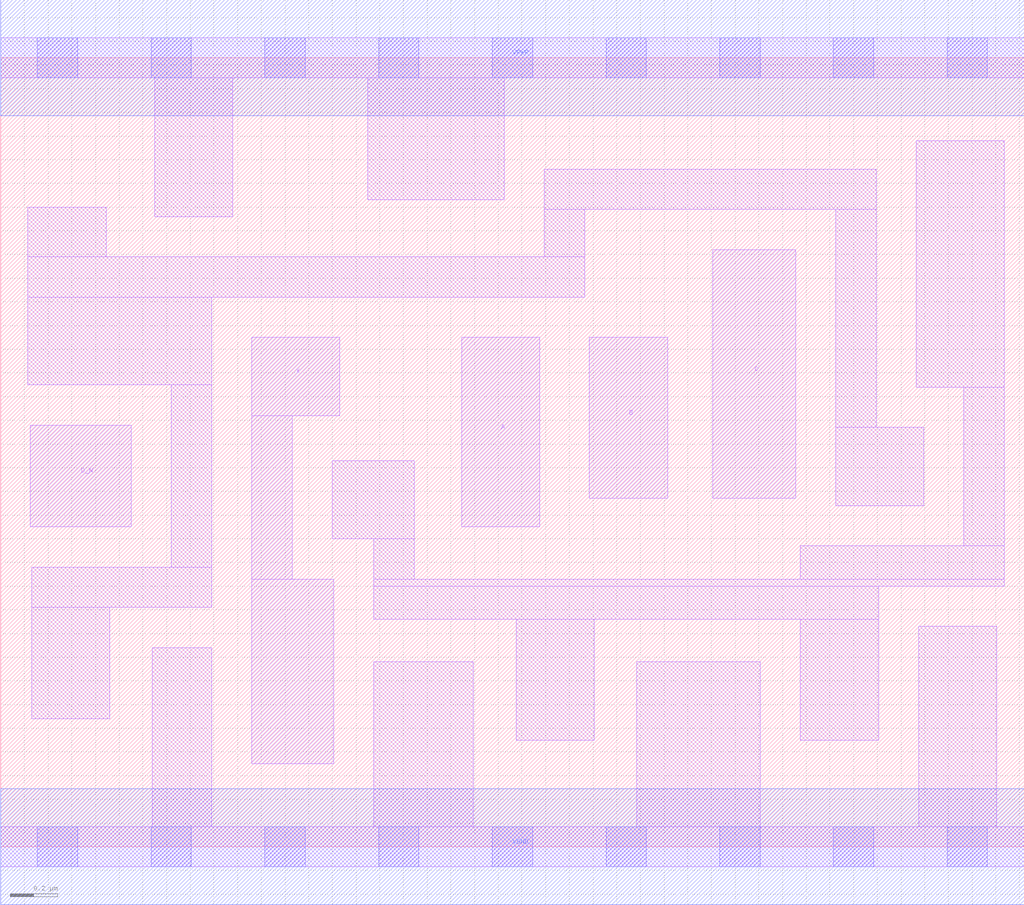
<source format=lef>
# Copyright 2020 The SkyWater PDK Authors
#
# Licensed under the Apache License, Version 2.0 (the "License");
# you may not use this file except in compliance with the License.
# You may obtain a copy of the License at
#
#     https://www.apache.org/licenses/LICENSE-2.0
#
# Unless required by applicable law or agreed to in writing, software
# distributed under the License is distributed on an "AS IS" BASIS,
# WITHOUT WARRANTIES OR CONDITIONS OF ANY KIND, either express or implied.
# See the License for the specific language governing permissions and
# limitations under the License.
#
# SPDX-License-Identifier: Apache-2.0

VERSION 5.5 ;
NAMESCASESENSITIVE ON ;
BUSBITCHARS "[]" ;
DIVIDERCHAR "/" ;
MACRO sky130_fd_sc_ls__or4b_2
  CLASS CORE ;
  SOURCE USER ;
  ORIGIN  0.000000  0.000000 ;
  SIZE  4.320000 BY  3.330000 ;
  SYMMETRY X Y ;
  SITE unit ;
  PIN A
    ANTENNAGATEAREA  0.246000 ;
    DIRECTION INPUT ;
    USE SIGNAL ;
    PORT
      LAYER li1 ;
        RECT 1.945000 1.350000 2.275000 2.150000 ;
    END
  END A
  PIN B
    ANTENNAGATEAREA  0.246000 ;
    DIRECTION INPUT ;
    USE SIGNAL ;
    PORT
      LAYER li1 ;
        RECT 2.485000 1.470000 2.815000 2.150000 ;
    END
  END B
  PIN C
    ANTENNAGATEAREA  0.246000 ;
    DIRECTION INPUT ;
    USE SIGNAL ;
    PORT
      LAYER li1 ;
        RECT 3.005000 1.470000 3.355000 2.520000 ;
    END
  END C
  PIN D_N
    ANTENNAGATEAREA  0.208000 ;
    DIRECTION INPUT ;
    USE SIGNAL ;
    PORT
      LAYER li1 ;
        RECT 0.125000 1.350000 0.550000 1.780000 ;
    END
  END D_N
  PIN X
    ANTENNADIFFAREA  0.543200 ;
    DIRECTION OUTPUT ;
    USE SIGNAL ;
    PORT
      LAYER li1 ;
        RECT 1.060000 0.350000 1.405000 1.130000 ;
        RECT 1.060000 1.130000 1.230000 1.820000 ;
        RECT 1.060000 1.820000 1.430000 2.150000 ;
    END
  END X
  PIN VGND
    DIRECTION INOUT ;
    SHAPE ABUTMENT ;
    USE GROUND ;
    PORT
      LAYER met1 ;
        RECT 0.000000 -0.245000 4.320000 0.245000 ;
    END
  END VGND
  PIN VPWR
    DIRECTION INOUT ;
    SHAPE ABUTMENT ;
    USE POWER ;
    PORT
      LAYER met1 ;
        RECT 0.000000 3.085000 4.320000 3.575000 ;
    END
  END VPWR
  OBS
    LAYER li1 ;
      RECT 0.000000 -0.085000 4.320000 0.085000 ;
      RECT 0.000000  3.245000 4.320000 3.415000 ;
      RECT 0.115000  1.950000 0.890000 2.320000 ;
      RECT 0.115000  2.320000 2.465000 2.490000 ;
      RECT 0.115000  2.490000 0.445000 2.700000 ;
      RECT 0.130000  0.540000 0.460000 1.010000 ;
      RECT 0.130000  1.010000 0.890000 1.180000 ;
      RECT 0.640000  0.085000 0.890000 0.840000 ;
      RECT 0.650000  2.660000 0.980000 3.245000 ;
      RECT 0.720000  1.180000 0.890000 1.950000 ;
      RECT 1.400000  1.300000 1.745000 1.630000 ;
      RECT 1.550000  2.730000 2.125000 3.245000 ;
      RECT 1.575000  0.085000 1.995000 0.780000 ;
      RECT 1.575000  0.960000 3.705000 1.100000 ;
      RECT 1.575000  1.100000 4.235000 1.130000 ;
      RECT 1.575000  1.130000 1.745000 1.300000 ;
      RECT 2.175000  0.450000 2.505000 0.960000 ;
      RECT 2.295000  2.490000 2.465000 2.690000 ;
      RECT 2.295000  2.690000 3.695000 2.860000 ;
      RECT 2.685000  0.085000 3.205000 0.780000 ;
      RECT 3.375000  0.450000 3.705000 0.960000 ;
      RECT 3.375000  1.130000 4.235000 1.270000 ;
      RECT 3.525000  1.440000 3.895000 1.770000 ;
      RECT 3.525000  1.770000 3.695000 2.690000 ;
      RECT 3.865000  1.940000 4.235000 2.980000 ;
      RECT 3.875000  0.085000 4.205000 0.930000 ;
      RECT 4.065000  1.270000 4.235000 1.940000 ;
    LAYER mcon ;
      RECT 0.155000 -0.085000 0.325000 0.085000 ;
      RECT 0.155000  3.245000 0.325000 3.415000 ;
      RECT 0.635000 -0.085000 0.805000 0.085000 ;
      RECT 0.635000  3.245000 0.805000 3.415000 ;
      RECT 1.115000 -0.085000 1.285000 0.085000 ;
      RECT 1.115000  3.245000 1.285000 3.415000 ;
      RECT 1.595000 -0.085000 1.765000 0.085000 ;
      RECT 1.595000  3.245000 1.765000 3.415000 ;
      RECT 2.075000 -0.085000 2.245000 0.085000 ;
      RECT 2.075000  3.245000 2.245000 3.415000 ;
      RECT 2.555000 -0.085000 2.725000 0.085000 ;
      RECT 2.555000  3.245000 2.725000 3.415000 ;
      RECT 3.035000 -0.085000 3.205000 0.085000 ;
      RECT 3.035000  3.245000 3.205000 3.415000 ;
      RECT 3.515000 -0.085000 3.685000 0.085000 ;
      RECT 3.515000  3.245000 3.685000 3.415000 ;
      RECT 3.995000 -0.085000 4.165000 0.085000 ;
      RECT 3.995000  3.245000 4.165000 3.415000 ;
  END
END sky130_fd_sc_ls__or4b_2
END LIBRARY

</source>
